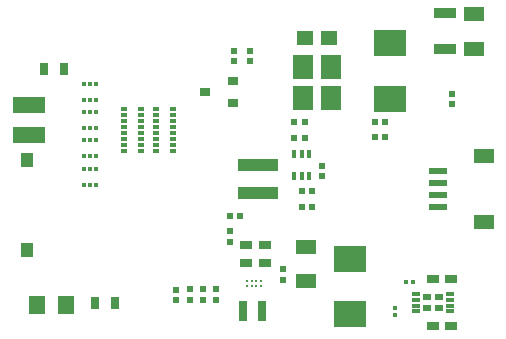
<source format=gbr>
%TF.GenerationSoftware,KiCad,Pcbnew,(7.0.0-0)*%
%TF.CreationDate,2023-03-31T14:52:11+11:00*%
%TF.ProjectId,Notecarrier-B,4e6f7465-6361-4727-9269-65722d422e6b,A*%
%TF.SameCoordinates,Original*%
%TF.FileFunction,Paste,Bot*%
%TF.FilePolarity,Positive*%
%FSLAX46Y46*%
G04 Gerber Fmt 4.6, Leading zero omitted, Abs format (unit mm)*
G04 Created by KiCad (PCBNEW (7.0.0-0)) date 2023-03-31 14:52:11*
%MOMM*%
%LPD*%
G01*
G04 APERTURE LIST*
%ADD10R,0.300000X0.450000*%
%ADD11R,0.620000X0.620000*%
%ADD12R,0.420000X0.460000*%
%ADD13R,1.800000X1.150000*%
%ADD14R,0.700000X1.000000*%
%ADD15C,0.250000*%
%ADD16R,1.000000X0.800000*%
%ADD17R,0.500000X0.300000*%
%ADD18R,1.550000X0.600000*%
%ADD19R,1.800000X1.200000*%
%ADD20R,3.400000X1.000000*%
%ADD21R,1.000000X1.270000*%
%ADD22R,0.460000X0.420000*%
%ADD23R,0.350000X0.800000*%
%ADD24R,0.700000X0.550000*%
%ADD25R,0.750000X0.300000*%
%ADD26R,2.800000X2.300000*%
%ADD27R,1.800000X2.000000*%
%ADD28R,1.450000X1.150000*%
%ADD29R,1.350000X1.500000*%
%ADD30R,0.900000X0.800000*%
%ADD31R,1.900000X0.900000*%
%ADD32R,2.800000X1.400000*%
%ADD33R,0.800000X1.800000*%
G04 APERTURE END LIST*
D10*
%TO.C,DS4*%
X110709999Y-75664999D03*
X111209999Y-75664999D03*
X111709999Y-75664999D03*
X111709999Y-77014999D03*
X111209999Y-77014999D03*
X110709999Y-77014999D03*
%TD*%
D11*
%TO.C,R322*%
X118440799Y-86797399D03*
X118440799Y-85897399D03*
%TD*%
D12*
%TO.C,R5*%
X136999999Y-88079999D03*
X136999999Y-87419999D03*
%TD*%
D11*
%TO.C,R324*%
X123024999Y-80950999D03*
X123024999Y-81850999D03*
%TD*%
D13*
%TO.C,C13*%
X129469999Y-85199999D03*
X129469999Y-82299999D03*
%TD*%
D11*
%TO.C,C115*%
X123374999Y-66574999D03*
X123374999Y-65674999D03*
%TD*%
D14*
%TO.C,F1*%
X113357999Y-86999899D03*
X111657999Y-86999899D03*
%TD*%
D15*
%TO.C,U4*%
X125690000Y-85610000D03*
X125690000Y-85210000D03*
X125290000Y-85610000D03*
X125290000Y-85210000D03*
X124890000Y-85610000D03*
X124890000Y-85210000D03*
X124490000Y-85610000D03*
X124490000Y-85210000D03*
%TD*%
D10*
%TO.C,DS5*%
X110709999Y-70864999D03*
X111209999Y-70864999D03*
X111709999Y-70864999D03*
X111709999Y-72214999D03*
X111209999Y-72214999D03*
X110709999Y-72214999D03*
%TD*%
D16*
%TO.C,C118*%
X141799999Y-84999999D03*
X140199999Y-84999999D03*
%TD*%
D11*
%TO.C,R326*%
X136199999Y-72999999D03*
X135299999Y-72999999D03*
%TD*%
D17*
%TO.C,RR2*%
X115559999Y-70639999D03*
X115559999Y-71139999D03*
X115559999Y-71639999D03*
X115559999Y-72139999D03*
X115559999Y-72639999D03*
X115559999Y-73139999D03*
X115559999Y-73639999D03*
X115559999Y-74139999D03*
X114059999Y-74139999D03*
X114059999Y-73639999D03*
X114059999Y-73139999D03*
X114059999Y-72639999D03*
X114059999Y-72139999D03*
X114059999Y-71639999D03*
X114059999Y-71139999D03*
X114059999Y-70639999D03*
%TD*%
D13*
%TO.C,C112*%
X143749999Y-65499999D03*
X143749999Y-62599999D03*
%TD*%
D11*
%TO.C,C111*%
X141874999Y-69299999D03*
X141874999Y-70199999D03*
%TD*%
%TO.C,R10*%
X121889799Y-86789999D03*
X121889799Y-85889999D03*
%TD*%
%TO.C,C14*%
X127499999Y-85049999D03*
X127499999Y-84149999D03*
%TD*%
%TO.C,R323*%
X120769799Y-85889999D03*
X120769799Y-86789999D03*
%TD*%
D18*
%TO.C,J24*%
X140674999Y-75874999D03*
X140674999Y-76874999D03*
X140674999Y-77874999D03*
X140674999Y-78874999D03*
D19*
X144549999Y-74574999D03*
X144549999Y-80174999D03*
%TD*%
D11*
%TO.C,R319*%
X124749999Y-65674999D03*
X124749999Y-66574999D03*
%TD*%
D20*
%TO.C,L4*%
X125409999Y-75354999D03*
X125409999Y-77724999D03*
%TD*%
D11*
%TO.C,R6*%
X130869999Y-75399999D03*
X130869999Y-76299999D03*
%TD*%
D16*
%TO.C,C117*%
X141799999Y-88999999D03*
X140199999Y-88999999D03*
%TD*%
D21*
%TO.C,DSW1*%
X105871699Y-74921899D03*
X105871699Y-82541899D03*
%TD*%
D22*
%TO.C,R7*%
X137919999Y-85249999D03*
X138579999Y-85249999D03*
%TD*%
D11*
%TO.C,C10*%
X129109999Y-77589999D03*
X130009999Y-77589999D03*
%TD*%
D23*
%TO.C,U3*%
X128459999Y-74424999D03*
X129109999Y-74424999D03*
X129759999Y-74424999D03*
X129759999Y-76254999D03*
X129109999Y-76254999D03*
X128459999Y-76254999D03*
%TD*%
D11*
%TO.C,C9*%
X129109999Y-78889999D03*
X130009999Y-78889999D03*
%TD*%
D16*
%TO.C,C15*%
X124429999Y-83639999D03*
X126029999Y-83639999D03*
%TD*%
D24*
%TO.C,U5*%
X140774999Y-86549999D03*
X139724999Y-86549999D03*
X140774999Y-87449999D03*
X139724999Y-87449999D03*
D25*
X141699999Y-86249999D03*
X141699999Y-86749999D03*
X141699999Y-87249999D03*
X141699999Y-87749999D03*
X138799999Y-87749999D03*
X138799999Y-87249999D03*
X138799999Y-86749999D03*
X138799999Y-86249999D03*
%TD*%
D26*
%TO.C,TVS1*%
X136624999Y-69749999D03*
X136624999Y-65049999D03*
%TD*%
D10*
%TO.C,DS10*%
X110709999Y-68464999D03*
X111209999Y-68464999D03*
X111709999Y-68464999D03*
X111709999Y-69814999D03*
X111209999Y-69814999D03*
X110709999Y-69814999D03*
%TD*%
D16*
%TO.C,C16*%
X124429999Y-82089999D03*
X126029999Y-82089999D03*
%TD*%
D27*
%TO.C,DS15*%
X129234999Y-67014999D03*
X129234999Y-69664999D03*
X131584999Y-67014999D03*
X131584999Y-69664999D03*
D28*
X131394999Y-64589999D03*
X129424999Y-64589999D03*
%TD*%
D11*
%TO.C,C8*%
X128464999Y-73039999D03*
X129364999Y-73039999D03*
%TD*%
D10*
%TO.C,DS6*%
X110709999Y-73264999D03*
X111209999Y-73264999D03*
X111709999Y-73264999D03*
X111709999Y-74614999D03*
X111209999Y-74614999D03*
X110709999Y-74614999D03*
%TD*%
D26*
%TO.C,DS14*%
X133249999Y-87999999D03*
X133249999Y-83299999D03*
%TD*%
D14*
%TO.C,F2*%
X108976899Y-67258899D03*
X107276899Y-67258899D03*
%TD*%
D11*
%TO.C,R325*%
X136199999Y-71749999D03*
X135299999Y-71749999D03*
%TD*%
D29*
%TO.C,C113*%
X109148699Y-87170599D03*
X106698699Y-87170599D03*
%TD*%
D11*
%TO.C,R318*%
X123024999Y-79629499D03*
X123924999Y-79629499D03*
%TD*%
%TO.C,C116*%
X119649799Y-86789999D03*
X119649799Y-85889999D03*
%TD*%
D30*
%TO.C,Q2*%
X123309999Y-68239999D03*
X123309999Y-70139999D03*
X120939999Y-69189999D03*
%TD*%
D31*
%TO.C,R307*%
X141249999Y-65499999D03*
X141249999Y-62499999D03*
%TD*%
D32*
%TO.C,C114*%
X106002799Y-70253199D03*
X106002799Y-72853199D03*
%TD*%
D11*
%TO.C,C7*%
X128464999Y-71739999D03*
X129364999Y-71739999D03*
%TD*%
D17*
%TO.C,RR1*%
X118259999Y-70639999D03*
X118259999Y-71139999D03*
X118259999Y-71639999D03*
X118259999Y-72139999D03*
X118259999Y-72639999D03*
X118259999Y-73139999D03*
X118259999Y-73639999D03*
X118259999Y-74139999D03*
X116759999Y-74139999D03*
X116759999Y-73639999D03*
X116759999Y-73139999D03*
X116759999Y-72639999D03*
X116759999Y-72139999D03*
X116759999Y-71639999D03*
X116759999Y-71139999D03*
X116759999Y-70639999D03*
%TD*%
D33*
%TO.C,L2*%
X125789999Y-87709999D03*
X124189999Y-87709999D03*
%TD*%
M02*

</source>
